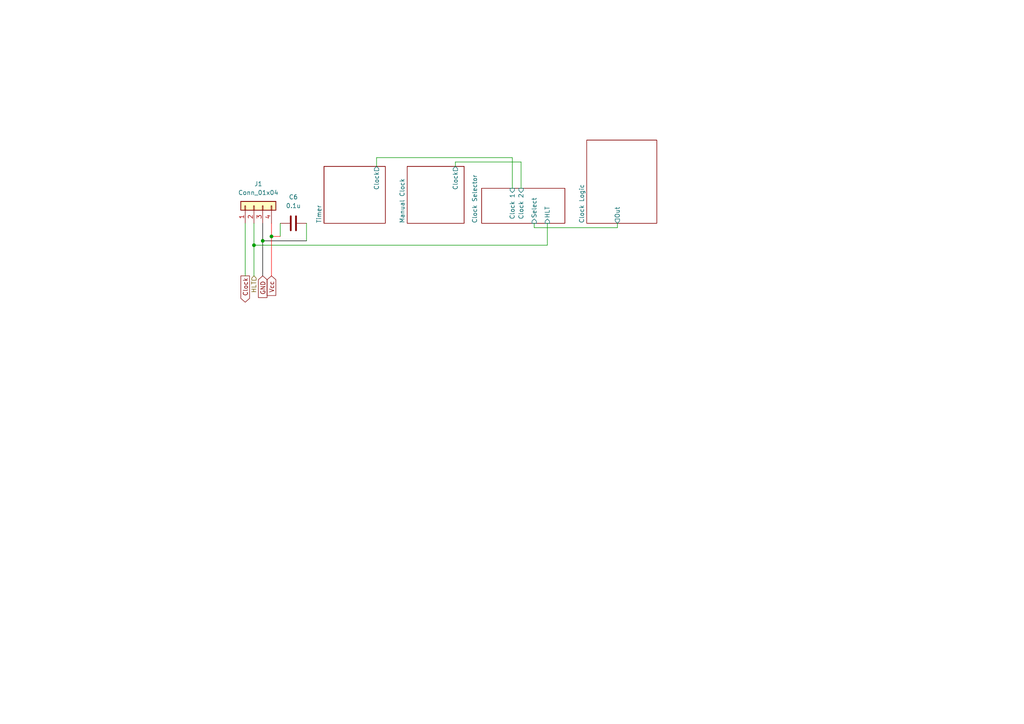
<source format=kicad_sch>
(kicad_sch (version 20230121) (generator eeschema)
  (paper "A4")
  (lib_symbols
    (symbol "Connector_Generic:Conn_01x04" (pin_names (offset 1.016) hide)
      (property "Reference" "J" (at 0 5.08 0))
      (property "Value" "Conn_01x04" (at 0 -7.62 0))
      (symbol "Conn_01x04_1_1"
        (rectangle (start -1.27 -4.953) (end 0 -5.207) (stroke (width 0.1524)))
        (rectangle (start -1.27 -2.413) (end 0 -2.667) (stroke (width 0.1524)))
        (rectangle (start -1.27 0.127) (end 0 -0.127) (stroke (width 0.1524)))
        (rectangle (start -1.27 2.667) (end 0 2.413) (stroke (width 0.1524)))
        (rectangle (start -1.27 3.81) (end 1.27 -6.35) (stroke (width 0.254)) (fill (type background)))
        (pin passive line (at -5.08 2.54 0) (length 3.81) (name "Pin_1") (number "1"))
        (pin passive line (at -5.08 0 0) (length 3.81) (name "Pin_2") (number "2"))
        (pin passive line (at -5.08 -2.54 0) (length 3.81) (name "Pin_3") (number "3"))
        (pin passive line (at -5.08 -5.08 0) (length 3.81) (name "Pin_4") (number "4"))
      )
    )
    (symbol "Device:C" (pin_numbers hide) (pin_names (offset 0.254))
      (property "Reference" "C" (at 0.635 2.54 0))
      (property "Value" "C" (at 0.635 -2.54 0))
      (symbol "C_0_1"
        (polyline (pts (xy -2.032 -0.762) (xy 2.032 -0.762)) (stroke (width 0.508)))
        (polyline (pts (xy -2.032 0.762) (xy 2.032 0.762)) (stroke (width 0.508)))
      )
      (symbol "C_1_1"
        (pin passive line (at 0 3.81 270) (length 2.794) (name "~") (number "1"))
        (pin passive line (at 0 -3.81 90) (length 2.794) (name "~") (number "2"))
      )
    )
  )
  (junction (at 76.2 69.85))
  (junction (at 78.74 68.58))
  (junction (at 73.66 71.12))
  (wire (pts (xy 71.12 64.77) (xy 71.12 80.01)))
  (wire (pts (xy 76.2 69.85) (xy 88.9 69.85)) (stroke (width 0) (color 0 0 0 1)))
  (wire (pts (xy 73.66 80.01) (xy 73.66 71.12)))
  (wire (pts (xy 78.74 64.77) (xy 78.74 68.58)) (stroke (width 0) (color 255 0 0 1)))
  (wire (pts (xy 88.9 64.77) (xy 88.9 69.85)))
  (wire (pts (xy 76.2 69.85) (xy 76.2 80.01)) (stroke (width 0) (color 0 0 0 1)))
  (wire (pts (xy 73.66 64.77) (xy 73.66 71.12)))
  (wire (pts (xy 109.22 45.72) (xy 109.22 48.26)))
  (wire (pts (xy 73.66 71.12) (xy 158.75 71.12)))
  (wire (pts (xy 158.75 64.77) (xy 158.75 71.12)))
  (wire (pts (xy 151.13 46.99) (xy 151.13 54.61)))
  (wire (pts (xy 78.74 68.58) (xy 78.74 80.01)) (stroke (width 0) (color 255 0 0 1)))
  (wire (pts (xy 154.94 66.04) (xy 154.94 64.77)))
  (wire (pts (xy 132.08 46.99) (xy 132.08 48.26)))
  (wire (pts (xy 132.08 46.99) (xy 151.13 46.99)))
  (wire (pts (xy 179.07 66.04) (xy 154.94 66.04)))
  (wire (pts (xy 81.28 68.58) (xy 78.74 68.58)) (stroke (width 0) (color 255 0 0 1)))
  (wire (pts (xy 179.07 64.77) (xy 179.07 66.04)))
  (wire (pts (xy 148.59 54.61) (xy 148.59 45.72)))
  (wire (pts (xy 109.22 45.72) (xy 148.59 45.72)))
  (wire (pts (xy 81.28 64.77) (xy 81.28 68.58)))
  (wire (pts (xy 76.2 64.77) (xy 76.2 69.85)) (stroke (width 0) (color 0 0 0 1)))
  (global_label "Clock" (shape output) (at 71.12 80.01 270) (property "Intersheetrefs" "${INTERSHEET_REFS}" (effects hide)))
  (global_label "GND" (shape input) (at 76.2 80.01 270) (property "Intersheetrefs" "${INTERSHEET_REFS}" (effects hide)))
  (global_label "Vcc" (shape input) (at 78.74 80.01 270) (property "Intersheetrefs" "${INTERSHEET_REFS}" (effects hide)))
  (hierarchical_label "HLT" (shape input) (at 73.66 80.01 270))
  (symbol (lib_id "Device:C") (at 85.09 64.77 90) (unit 1)
    (property "Reference" "C6" (at 85.09 57.15 90))
    (property "Value" "0.1u" (at 85.09 59.69 90))
    (property "Footprint" "Capacitor_SMD:C_0805_2012Metric_Pad1.18x1.45mm_HandSolder" (effects hide))
    (property "LCSC" "C5137467" (effects hide))
  )
  (symbol (lib_id "Connector_Generic:Conn_01x04") (at 73.66 59.69 90) (unit 1)
    (property "Reference" "J1" (at 74.93 53.34 90))
    (property "Value" "Conn_01x04" (at 74.93 55.88 90))
    (property "Footprint" "Connector_PinHeader_2.54mm:PinHeader_1x04_P2.54mm_Vertical" (effects hide))
    (property "LCSC" "C5142856" (effects hide))
  )
  (sheet (at 118.11 48.26) (size 16.51 16.51) (stroke (width 0.1524))
    (property "Sheetname" "Manual Clock" (at 117.3984 64.77 90) (effects (justify left bottom)))
    (property "Sheetfile" "manual_clock.kicad_sch" (effects hide))
    (pin "Clock" output (at 132.08 48.26 90))
  )
  (sheet (at 139.7 54.61) (size 24.13 10.16) (stroke (width 0.1524))
    (property "Sheetname" "Clock Selector" (at 138.43 64.77 90) (effects (justify left bottom)))
    (property "Sheetfile" "clock_selector.kicad_sch" (effects hide))
    (pin "Clock 2" input (at 151.13 54.61 90))
    (pin "Select" input (at 154.94 64.77 270))
    (pin "Clock 1" input (at 148.59 54.61 90))
    (pin "HLT" input (at 158.75 64.77 270))
  )
  (sheet (at 93.98 48.26) (size 17.78 16.51) (stroke (width 0.1524))
    (property "Sheetname" "Timer" (at 93.2684 64.77 90) (effects (justify left bottom)))
    (property "Sheetfile" "base_timer.kicad_sch" (effects hide))
    (pin "Clock" output (at 109.22 48.26 90))
  )
  (sheet (at 170.18 40.64) (size 20.32 24.13) (stroke (width 0.1524))
    (property "Sheetname" "Clock Logic" (at 169.4684 64.77 90) (effects (justify left bottom)))
    (property "Sheetfile" "clock_logic.kicad_sch" (effects hide))
    (pin "Out" output (at 179.07 64.77 270))
  )
)
</source>
